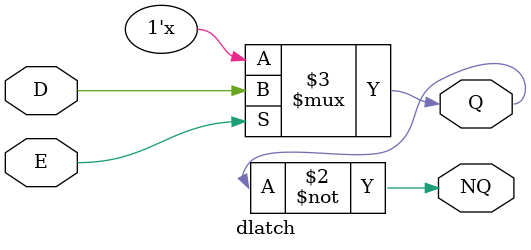
<source format=v>
`timescale 1ns / 1ps


module dlatch(
    input D,
    input E,
    output reg Q,
    output NQ
    );
    always@(D or E) begin
        if(E)
            Q <= D;
    end
    
    assign NQ = ~Q;             
    
endmodule

</source>
